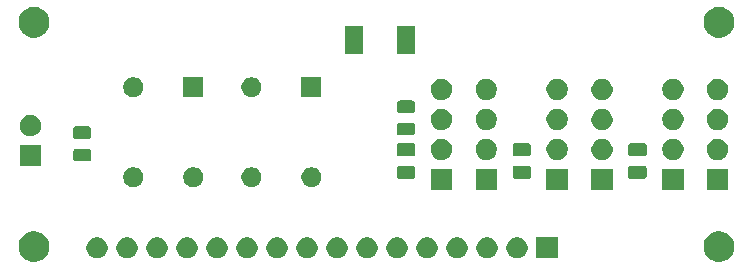
<source format=gbr>
G04 #@! TF.GenerationSoftware,KiCad,Pcbnew,5.1.5+dfsg1-2build2*
G04 #@! TF.CreationDate,2022-12-16T12:04:58+00:00*
G04 #@! TF.ProjectId,rrl-interface,72726c2d-696e-4746-9572-666163652e6b,rev?*
G04 #@! TF.SameCoordinates,Original*
G04 #@! TF.FileFunction,Soldermask,Bot*
G04 #@! TF.FilePolarity,Negative*
%FSLAX46Y46*%
G04 Gerber Fmt 4.6, Leading zero omitted, Abs format (unit mm)*
G04 Created by KiCad (PCBNEW 5.1.5+dfsg1-2build2) date 2022-12-16 12:04:58*
%MOMM*%
%LPD*%
G04 APERTURE LIST*
%ADD10C,0.100000*%
G04 APERTURE END LIST*
D10*
G36*
X74879487Y-191248996D02*
G01*
X75116253Y-191347068D01*
X75116255Y-191347069D01*
X75329339Y-191489447D01*
X75510553Y-191670661D01*
X75652932Y-191883747D01*
X75751004Y-192120513D01*
X75801000Y-192371861D01*
X75801000Y-192628139D01*
X75751004Y-192879487D01*
X75689992Y-193026782D01*
X75652931Y-193116255D01*
X75510553Y-193329339D01*
X75329339Y-193510553D01*
X75116255Y-193652931D01*
X75116254Y-193652932D01*
X75116253Y-193652932D01*
X74879487Y-193751004D01*
X74628139Y-193801000D01*
X74371861Y-193801000D01*
X74120513Y-193751004D01*
X73883747Y-193652932D01*
X73883746Y-193652932D01*
X73883745Y-193652931D01*
X73670661Y-193510553D01*
X73489447Y-193329339D01*
X73347069Y-193116255D01*
X73310008Y-193026782D01*
X73248996Y-192879487D01*
X73199000Y-192628139D01*
X73199000Y-192371861D01*
X73248996Y-192120513D01*
X73347068Y-191883747D01*
X73489447Y-191670661D01*
X73670661Y-191489447D01*
X73883745Y-191347069D01*
X73883747Y-191347068D01*
X74120513Y-191248996D01*
X74371861Y-191199000D01*
X74628139Y-191199000D01*
X74879487Y-191248996D01*
G37*
G36*
X16879487Y-191248996D02*
G01*
X17116253Y-191347068D01*
X17116255Y-191347069D01*
X17329339Y-191489447D01*
X17510553Y-191670661D01*
X17652932Y-191883747D01*
X17751004Y-192120513D01*
X17801000Y-192371861D01*
X17801000Y-192628139D01*
X17751004Y-192879487D01*
X17689992Y-193026782D01*
X17652931Y-193116255D01*
X17510553Y-193329339D01*
X17329339Y-193510553D01*
X17116255Y-193652931D01*
X17116254Y-193652932D01*
X17116253Y-193652932D01*
X16879487Y-193751004D01*
X16628139Y-193801000D01*
X16371861Y-193801000D01*
X16120513Y-193751004D01*
X15883747Y-193652932D01*
X15883746Y-193652932D01*
X15883745Y-193652931D01*
X15670661Y-193510553D01*
X15489447Y-193329339D01*
X15347069Y-193116255D01*
X15310008Y-193026782D01*
X15248996Y-192879487D01*
X15199000Y-192628139D01*
X15199000Y-192371861D01*
X15248996Y-192120513D01*
X15347068Y-191883747D01*
X15489447Y-191670661D01*
X15670661Y-191489447D01*
X15883745Y-191347069D01*
X15883747Y-191347068D01*
X16120513Y-191248996D01*
X16371861Y-191199000D01*
X16628139Y-191199000D01*
X16879487Y-191248996D01*
G37*
G36*
X49893512Y-191703927D02*
G01*
X50042812Y-191733624D01*
X50206784Y-191801544D01*
X50354354Y-191900147D01*
X50479853Y-192025646D01*
X50578456Y-192173216D01*
X50646376Y-192337188D01*
X50681000Y-192511259D01*
X50681000Y-192688741D01*
X50646376Y-192862812D01*
X50578456Y-193026784D01*
X50479853Y-193174354D01*
X50354354Y-193299853D01*
X50206784Y-193398456D01*
X50042812Y-193466376D01*
X49893512Y-193496073D01*
X49868742Y-193501000D01*
X49691258Y-193501000D01*
X49666488Y-193496073D01*
X49517188Y-193466376D01*
X49353216Y-193398456D01*
X49205646Y-193299853D01*
X49080147Y-193174354D01*
X48981544Y-193026784D01*
X48913624Y-192862812D01*
X48879000Y-192688741D01*
X48879000Y-192511259D01*
X48913624Y-192337188D01*
X48981544Y-192173216D01*
X49080147Y-192025646D01*
X49205646Y-191900147D01*
X49353216Y-191801544D01*
X49517188Y-191733624D01*
X49666488Y-191703927D01*
X49691258Y-191699000D01*
X49868742Y-191699000D01*
X49893512Y-191703927D01*
G37*
G36*
X27033512Y-191703927D02*
G01*
X27182812Y-191733624D01*
X27346784Y-191801544D01*
X27494354Y-191900147D01*
X27619853Y-192025646D01*
X27718456Y-192173216D01*
X27786376Y-192337188D01*
X27821000Y-192511259D01*
X27821000Y-192688741D01*
X27786376Y-192862812D01*
X27718456Y-193026784D01*
X27619853Y-193174354D01*
X27494354Y-193299853D01*
X27346784Y-193398456D01*
X27182812Y-193466376D01*
X27033512Y-193496073D01*
X27008742Y-193501000D01*
X26831258Y-193501000D01*
X26806488Y-193496073D01*
X26657188Y-193466376D01*
X26493216Y-193398456D01*
X26345646Y-193299853D01*
X26220147Y-193174354D01*
X26121544Y-193026784D01*
X26053624Y-192862812D01*
X26019000Y-192688741D01*
X26019000Y-192511259D01*
X26053624Y-192337188D01*
X26121544Y-192173216D01*
X26220147Y-192025646D01*
X26345646Y-191900147D01*
X26493216Y-191801544D01*
X26657188Y-191733624D01*
X26806488Y-191703927D01*
X26831258Y-191699000D01*
X27008742Y-191699000D01*
X27033512Y-191703927D01*
G37*
G36*
X34653512Y-191703927D02*
G01*
X34802812Y-191733624D01*
X34966784Y-191801544D01*
X35114354Y-191900147D01*
X35239853Y-192025646D01*
X35338456Y-192173216D01*
X35406376Y-192337188D01*
X35441000Y-192511259D01*
X35441000Y-192688741D01*
X35406376Y-192862812D01*
X35338456Y-193026784D01*
X35239853Y-193174354D01*
X35114354Y-193299853D01*
X34966784Y-193398456D01*
X34802812Y-193466376D01*
X34653512Y-193496073D01*
X34628742Y-193501000D01*
X34451258Y-193501000D01*
X34426488Y-193496073D01*
X34277188Y-193466376D01*
X34113216Y-193398456D01*
X33965646Y-193299853D01*
X33840147Y-193174354D01*
X33741544Y-193026784D01*
X33673624Y-192862812D01*
X33639000Y-192688741D01*
X33639000Y-192511259D01*
X33673624Y-192337188D01*
X33741544Y-192173216D01*
X33840147Y-192025646D01*
X33965646Y-191900147D01*
X34113216Y-191801544D01*
X34277188Y-191733624D01*
X34426488Y-191703927D01*
X34451258Y-191699000D01*
X34628742Y-191699000D01*
X34653512Y-191703927D01*
G37*
G36*
X32113512Y-191703927D02*
G01*
X32262812Y-191733624D01*
X32426784Y-191801544D01*
X32574354Y-191900147D01*
X32699853Y-192025646D01*
X32798456Y-192173216D01*
X32866376Y-192337188D01*
X32901000Y-192511259D01*
X32901000Y-192688741D01*
X32866376Y-192862812D01*
X32798456Y-193026784D01*
X32699853Y-193174354D01*
X32574354Y-193299853D01*
X32426784Y-193398456D01*
X32262812Y-193466376D01*
X32113512Y-193496073D01*
X32088742Y-193501000D01*
X31911258Y-193501000D01*
X31886488Y-193496073D01*
X31737188Y-193466376D01*
X31573216Y-193398456D01*
X31425646Y-193299853D01*
X31300147Y-193174354D01*
X31201544Y-193026784D01*
X31133624Y-192862812D01*
X31099000Y-192688741D01*
X31099000Y-192511259D01*
X31133624Y-192337188D01*
X31201544Y-192173216D01*
X31300147Y-192025646D01*
X31425646Y-191900147D01*
X31573216Y-191801544D01*
X31737188Y-191733624D01*
X31886488Y-191703927D01*
X31911258Y-191699000D01*
X32088742Y-191699000D01*
X32113512Y-191703927D01*
G37*
G36*
X29573512Y-191703927D02*
G01*
X29722812Y-191733624D01*
X29886784Y-191801544D01*
X30034354Y-191900147D01*
X30159853Y-192025646D01*
X30258456Y-192173216D01*
X30326376Y-192337188D01*
X30361000Y-192511259D01*
X30361000Y-192688741D01*
X30326376Y-192862812D01*
X30258456Y-193026784D01*
X30159853Y-193174354D01*
X30034354Y-193299853D01*
X29886784Y-193398456D01*
X29722812Y-193466376D01*
X29573512Y-193496073D01*
X29548742Y-193501000D01*
X29371258Y-193501000D01*
X29346488Y-193496073D01*
X29197188Y-193466376D01*
X29033216Y-193398456D01*
X28885646Y-193299853D01*
X28760147Y-193174354D01*
X28661544Y-193026784D01*
X28593624Y-192862812D01*
X28559000Y-192688741D01*
X28559000Y-192511259D01*
X28593624Y-192337188D01*
X28661544Y-192173216D01*
X28760147Y-192025646D01*
X28885646Y-191900147D01*
X29033216Y-191801544D01*
X29197188Y-191733624D01*
X29346488Y-191703927D01*
X29371258Y-191699000D01*
X29548742Y-191699000D01*
X29573512Y-191703927D01*
G37*
G36*
X60841000Y-193501000D02*
G01*
X59039000Y-193501000D01*
X59039000Y-191699000D01*
X60841000Y-191699000D01*
X60841000Y-193501000D01*
G37*
G36*
X57513512Y-191703927D02*
G01*
X57662812Y-191733624D01*
X57826784Y-191801544D01*
X57974354Y-191900147D01*
X58099853Y-192025646D01*
X58198456Y-192173216D01*
X58266376Y-192337188D01*
X58301000Y-192511259D01*
X58301000Y-192688741D01*
X58266376Y-192862812D01*
X58198456Y-193026784D01*
X58099853Y-193174354D01*
X57974354Y-193299853D01*
X57826784Y-193398456D01*
X57662812Y-193466376D01*
X57513512Y-193496073D01*
X57488742Y-193501000D01*
X57311258Y-193501000D01*
X57286488Y-193496073D01*
X57137188Y-193466376D01*
X56973216Y-193398456D01*
X56825646Y-193299853D01*
X56700147Y-193174354D01*
X56601544Y-193026784D01*
X56533624Y-192862812D01*
X56499000Y-192688741D01*
X56499000Y-192511259D01*
X56533624Y-192337188D01*
X56601544Y-192173216D01*
X56700147Y-192025646D01*
X56825646Y-191900147D01*
X56973216Y-191801544D01*
X57137188Y-191733624D01*
X57286488Y-191703927D01*
X57311258Y-191699000D01*
X57488742Y-191699000D01*
X57513512Y-191703927D01*
G37*
G36*
X54973512Y-191703927D02*
G01*
X55122812Y-191733624D01*
X55286784Y-191801544D01*
X55434354Y-191900147D01*
X55559853Y-192025646D01*
X55658456Y-192173216D01*
X55726376Y-192337188D01*
X55761000Y-192511259D01*
X55761000Y-192688741D01*
X55726376Y-192862812D01*
X55658456Y-193026784D01*
X55559853Y-193174354D01*
X55434354Y-193299853D01*
X55286784Y-193398456D01*
X55122812Y-193466376D01*
X54973512Y-193496073D01*
X54948742Y-193501000D01*
X54771258Y-193501000D01*
X54746488Y-193496073D01*
X54597188Y-193466376D01*
X54433216Y-193398456D01*
X54285646Y-193299853D01*
X54160147Y-193174354D01*
X54061544Y-193026784D01*
X53993624Y-192862812D01*
X53959000Y-192688741D01*
X53959000Y-192511259D01*
X53993624Y-192337188D01*
X54061544Y-192173216D01*
X54160147Y-192025646D01*
X54285646Y-191900147D01*
X54433216Y-191801544D01*
X54597188Y-191733624D01*
X54746488Y-191703927D01*
X54771258Y-191699000D01*
X54948742Y-191699000D01*
X54973512Y-191703927D01*
G37*
G36*
X52433512Y-191703927D02*
G01*
X52582812Y-191733624D01*
X52746784Y-191801544D01*
X52894354Y-191900147D01*
X53019853Y-192025646D01*
X53118456Y-192173216D01*
X53186376Y-192337188D01*
X53221000Y-192511259D01*
X53221000Y-192688741D01*
X53186376Y-192862812D01*
X53118456Y-193026784D01*
X53019853Y-193174354D01*
X52894354Y-193299853D01*
X52746784Y-193398456D01*
X52582812Y-193466376D01*
X52433512Y-193496073D01*
X52408742Y-193501000D01*
X52231258Y-193501000D01*
X52206488Y-193496073D01*
X52057188Y-193466376D01*
X51893216Y-193398456D01*
X51745646Y-193299853D01*
X51620147Y-193174354D01*
X51521544Y-193026784D01*
X51453624Y-192862812D01*
X51419000Y-192688741D01*
X51419000Y-192511259D01*
X51453624Y-192337188D01*
X51521544Y-192173216D01*
X51620147Y-192025646D01*
X51745646Y-191900147D01*
X51893216Y-191801544D01*
X52057188Y-191733624D01*
X52206488Y-191703927D01*
X52231258Y-191699000D01*
X52408742Y-191699000D01*
X52433512Y-191703927D01*
G37*
G36*
X47353512Y-191703927D02*
G01*
X47502812Y-191733624D01*
X47666784Y-191801544D01*
X47814354Y-191900147D01*
X47939853Y-192025646D01*
X48038456Y-192173216D01*
X48106376Y-192337188D01*
X48141000Y-192511259D01*
X48141000Y-192688741D01*
X48106376Y-192862812D01*
X48038456Y-193026784D01*
X47939853Y-193174354D01*
X47814354Y-193299853D01*
X47666784Y-193398456D01*
X47502812Y-193466376D01*
X47353512Y-193496073D01*
X47328742Y-193501000D01*
X47151258Y-193501000D01*
X47126488Y-193496073D01*
X46977188Y-193466376D01*
X46813216Y-193398456D01*
X46665646Y-193299853D01*
X46540147Y-193174354D01*
X46441544Y-193026784D01*
X46373624Y-192862812D01*
X46339000Y-192688741D01*
X46339000Y-192511259D01*
X46373624Y-192337188D01*
X46441544Y-192173216D01*
X46540147Y-192025646D01*
X46665646Y-191900147D01*
X46813216Y-191801544D01*
X46977188Y-191733624D01*
X47126488Y-191703927D01*
X47151258Y-191699000D01*
X47328742Y-191699000D01*
X47353512Y-191703927D01*
G37*
G36*
X44813512Y-191703927D02*
G01*
X44962812Y-191733624D01*
X45126784Y-191801544D01*
X45274354Y-191900147D01*
X45399853Y-192025646D01*
X45498456Y-192173216D01*
X45566376Y-192337188D01*
X45601000Y-192511259D01*
X45601000Y-192688741D01*
X45566376Y-192862812D01*
X45498456Y-193026784D01*
X45399853Y-193174354D01*
X45274354Y-193299853D01*
X45126784Y-193398456D01*
X44962812Y-193466376D01*
X44813512Y-193496073D01*
X44788742Y-193501000D01*
X44611258Y-193501000D01*
X44586488Y-193496073D01*
X44437188Y-193466376D01*
X44273216Y-193398456D01*
X44125646Y-193299853D01*
X44000147Y-193174354D01*
X43901544Y-193026784D01*
X43833624Y-192862812D01*
X43799000Y-192688741D01*
X43799000Y-192511259D01*
X43833624Y-192337188D01*
X43901544Y-192173216D01*
X44000147Y-192025646D01*
X44125646Y-191900147D01*
X44273216Y-191801544D01*
X44437188Y-191733624D01*
X44586488Y-191703927D01*
X44611258Y-191699000D01*
X44788742Y-191699000D01*
X44813512Y-191703927D01*
G37*
G36*
X42273512Y-191703927D02*
G01*
X42422812Y-191733624D01*
X42586784Y-191801544D01*
X42734354Y-191900147D01*
X42859853Y-192025646D01*
X42958456Y-192173216D01*
X43026376Y-192337188D01*
X43061000Y-192511259D01*
X43061000Y-192688741D01*
X43026376Y-192862812D01*
X42958456Y-193026784D01*
X42859853Y-193174354D01*
X42734354Y-193299853D01*
X42586784Y-193398456D01*
X42422812Y-193466376D01*
X42273512Y-193496073D01*
X42248742Y-193501000D01*
X42071258Y-193501000D01*
X42046488Y-193496073D01*
X41897188Y-193466376D01*
X41733216Y-193398456D01*
X41585646Y-193299853D01*
X41460147Y-193174354D01*
X41361544Y-193026784D01*
X41293624Y-192862812D01*
X41259000Y-192688741D01*
X41259000Y-192511259D01*
X41293624Y-192337188D01*
X41361544Y-192173216D01*
X41460147Y-192025646D01*
X41585646Y-191900147D01*
X41733216Y-191801544D01*
X41897188Y-191733624D01*
X42046488Y-191703927D01*
X42071258Y-191699000D01*
X42248742Y-191699000D01*
X42273512Y-191703927D01*
G37*
G36*
X39733512Y-191703927D02*
G01*
X39882812Y-191733624D01*
X40046784Y-191801544D01*
X40194354Y-191900147D01*
X40319853Y-192025646D01*
X40418456Y-192173216D01*
X40486376Y-192337188D01*
X40521000Y-192511259D01*
X40521000Y-192688741D01*
X40486376Y-192862812D01*
X40418456Y-193026784D01*
X40319853Y-193174354D01*
X40194354Y-193299853D01*
X40046784Y-193398456D01*
X39882812Y-193466376D01*
X39733512Y-193496073D01*
X39708742Y-193501000D01*
X39531258Y-193501000D01*
X39506488Y-193496073D01*
X39357188Y-193466376D01*
X39193216Y-193398456D01*
X39045646Y-193299853D01*
X38920147Y-193174354D01*
X38821544Y-193026784D01*
X38753624Y-192862812D01*
X38719000Y-192688741D01*
X38719000Y-192511259D01*
X38753624Y-192337188D01*
X38821544Y-192173216D01*
X38920147Y-192025646D01*
X39045646Y-191900147D01*
X39193216Y-191801544D01*
X39357188Y-191733624D01*
X39506488Y-191703927D01*
X39531258Y-191699000D01*
X39708742Y-191699000D01*
X39733512Y-191703927D01*
G37*
G36*
X37193512Y-191703927D02*
G01*
X37342812Y-191733624D01*
X37506784Y-191801544D01*
X37654354Y-191900147D01*
X37779853Y-192025646D01*
X37878456Y-192173216D01*
X37946376Y-192337188D01*
X37981000Y-192511259D01*
X37981000Y-192688741D01*
X37946376Y-192862812D01*
X37878456Y-193026784D01*
X37779853Y-193174354D01*
X37654354Y-193299853D01*
X37506784Y-193398456D01*
X37342812Y-193466376D01*
X37193512Y-193496073D01*
X37168742Y-193501000D01*
X36991258Y-193501000D01*
X36966488Y-193496073D01*
X36817188Y-193466376D01*
X36653216Y-193398456D01*
X36505646Y-193299853D01*
X36380147Y-193174354D01*
X36281544Y-193026784D01*
X36213624Y-192862812D01*
X36179000Y-192688741D01*
X36179000Y-192511259D01*
X36213624Y-192337188D01*
X36281544Y-192173216D01*
X36380147Y-192025646D01*
X36505646Y-191900147D01*
X36653216Y-191801544D01*
X36817188Y-191733624D01*
X36966488Y-191703927D01*
X36991258Y-191699000D01*
X37168742Y-191699000D01*
X37193512Y-191703927D01*
G37*
G36*
X21953512Y-191703927D02*
G01*
X22102812Y-191733624D01*
X22266784Y-191801544D01*
X22414354Y-191900147D01*
X22539853Y-192025646D01*
X22638456Y-192173216D01*
X22706376Y-192337188D01*
X22741000Y-192511259D01*
X22741000Y-192688741D01*
X22706376Y-192862812D01*
X22638456Y-193026784D01*
X22539853Y-193174354D01*
X22414354Y-193299853D01*
X22266784Y-193398456D01*
X22102812Y-193466376D01*
X21953512Y-193496073D01*
X21928742Y-193501000D01*
X21751258Y-193501000D01*
X21726488Y-193496073D01*
X21577188Y-193466376D01*
X21413216Y-193398456D01*
X21265646Y-193299853D01*
X21140147Y-193174354D01*
X21041544Y-193026784D01*
X20973624Y-192862812D01*
X20939000Y-192688741D01*
X20939000Y-192511259D01*
X20973624Y-192337188D01*
X21041544Y-192173216D01*
X21140147Y-192025646D01*
X21265646Y-191900147D01*
X21413216Y-191801544D01*
X21577188Y-191733624D01*
X21726488Y-191703927D01*
X21751258Y-191699000D01*
X21928742Y-191699000D01*
X21953512Y-191703927D01*
G37*
G36*
X24493512Y-191703927D02*
G01*
X24642812Y-191733624D01*
X24806784Y-191801544D01*
X24954354Y-191900147D01*
X25079853Y-192025646D01*
X25178456Y-192173216D01*
X25246376Y-192337188D01*
X25281000Y-192511259D01*
X25281000Y-192688741D01*
X25246376Y-192862812D01*
X25178456Y-193026784D01*
X25079853Y-193174354D01*
X24954354Y-193299853D01*
X24806784Y-193398456D01*
X24642812Y-193466376D01*
X24493512Y-193496073D01*
X24468742Y-193501000D01*
X24291258Y-193501000D01*
X24266488Y-193496073D01*
X24117188Y-193466376D01*
X23953216Y-193398456D01*
X23805646Y-193299853D01*
X23680147Y-193174354D01*
X23581544Y-193026784D01*
X23513624Y-192862812D01*
X23479000Y-192688741D01*
X23479000Y-192511259D01*
X23513624Y-192337188D01*
X23581544Y-192173216D01*
X23680147Y-192025646D01*
X23805646Y-191900147D01*
X23953216Y-191801544D01*
X24117188Y-191733624D01*
X24266488Y-191703927D01*
X24291258Y-191699000D01*
X24468742Y-191699000D01*
X24493512Y-191703927D01*
G37*
G36*
X65501000Y-187721000D02*
G01*
X63699000Y-187721000D01*
X63699000Y-185919000D01*
X65501000Y-185919000D01*
X65501000Y-187721000D01*
G37*
G36*
X71501000Y-187701000D02*
G01*
X69699000Y-187701000D01*
X69699000Y-185899000D01*
X71501000Y-185899000D01*
X71501000Y-187701000D01*
G37*
G36*
X61701000Y-187701000D02*
G01*
X59899000Y-187701000D01*
X59899000Y-185899000D01*
X61701000Y-185899000D01*
X61701000Y-187701000D01*
G37*
G36*
X75275999Y-187701000D02*
G01*
X73473999Y-187701000D01*
X73473999Y-185899000D01*
X75275999Y-185899000D01*
X75275999Y-187701000D01*
G37*
G36*
X51901000Y-187701000D02*
G01*
X50099000Y-187701000D01*
X50099000Y-185899000D01*
X51901000Y-185899000D01*
X51901000Y-187701000D01*
G37*
G36*
X55701000Y-187701000D02*
G01*
X53899000Y-187701000D01*
X53899000Y-185899000D01*
X55701000Y-185899000D01*
X55701000Y-187701000D01*
G37*
G36*
X40248228Y-185801703D02*
G01*
X40403100Y-185865853D01*
X40542481Y-185958985D01*
X40661015Y-186077519D01*
X40754147Y-186216900D01*
X40818297Y-186371772D01*
X40851000Y-186536184D01*
X40851000Y-186703816D01*
X40818297Y-186868228D01*
X40754147Y-187023100D01*
X40661015Y-187162481D01*
X40542481Y-187281015D01*
X40403100Y-187374147D01*
X40248228Y-187438297D01*
X40083816Y-187471000D01*
X39916184Y-187471000D01*
X39751772Y-187438297D01*
X39596900Y-187374147D01*
X39457519Y-187281015D01*
X39338985Y-187162481D01*
X39245853Y-187023100D01*
X39181703Y-186868228D01*
X39149000Y-186703816D01*
X39149000Y-186536184D01*
X39181703Y-186371772D01*
X39245853Y-186216900D01*
X39338985Y-186077519D01*
X39457519Y-185958985D01*
X39596900Y-185865853D01*
X39751772Y-185801703D01*
X39916184Y-185769000D01*
X40083816Y-185769000D01*
X40248228Y-185801703D01*
G37*
G36*
X35168228Y-185801703D02*
G01*
X35323100Y-185865853D01*
X35462481Y-185958985D01*
X35581015Y-186077519D01*
X35674147Y-186216900D01*
X35738297Y-186371772D01*
X35771000Y-186536184D01*
X35771000Y-186703816D01*
X35738297Y-186868228D01*
X35674147Y-187023100D01*
X35581015Y-187162481D01*
X35462481Y-187281015D01*
X35323100Y-187374147D01*
X35168228Y-187438297D01*
X35003816Y-187471000D01*
X34836184Y-187471000D01*
X34671772Y-187438297D01*
X34516900Y-187374147D01*
X34377519Y-187281015D01*
X34258985Y-187162481D01*
X34165853Y-187023100D01*
X34101703Y-186868228D01*
X34069000Y-186703816D01*
X34069000Y-186536184D01*
X34101703Y-186371772D01*
X34165853Y-186216900D01*
X34258985Y-186077519D01*
X34377519Y-185958985D01*
X34516900Y-185865853D01*
X34671772Y-185801703D01*
X34836184Y-185769000D01*
X35003816Y-185769000D01*
X35168228Y-185801703D01*
G37*
G36*
X25168228Y-185801703D02*
G01*
X25323100Y-185865853D01*
X25462481Y-185958985D01*
X25581015Y-186077519D01*
X25674147Y-186216900D01*
X25738297Y-186371772D01*
X25771000Y-186536184D01*
X25771000Y-186703816D01*
X25738297Y-186868228D01*
X25674147Y-187023100D01*
X25581015Y-187162481D01*
X25462481Y-187281015D01*
X25323100Y-187374147D01*
X25168228Y-187438297D01*
X25003816Y-187471000D01*
X24836184Y-187471000D01*
X24671772Y-187438297D01*
X24516900Y-187374147D01*
X24377519Y-187281015D01*
X24258985Y-187162481D01*
X24165853Y-187023100D01*
X24101703Y-186868228D01*
X24069000Y-186703816D01*
X24069000Y-186536184D01*
X24101703Y-186371772D01*
X24165853Y-186216900D01*
X24258985Y-186077519D01*
X24377519Y-185958985D01*
X24516900Y-185865853D01*
X24671772Y-185801703D01*
X24836184Y-185769000D01*
X25003816Y-185769000D01*
X25168228Y-185801703D01*
G37*
G36*
X30248228Y-185801703D02*
G01*
X30403100Y-185865853D01*
X30542481Y-185958985D01*
X30661015Y-186077519D01*
X30754147Y-186216900D01*
X30818297Y-186371772D01*
X30851000Y-186536184D01*
X30851000Y-186703816D01*
X30818297Y-186868228D01*
X30754147Y-187023100D01*
X30661015Y-187162481D01*
X30542481Y-187281015D01*
X30403100Y-187374147D01*
X30248228Y-187438297D01*
X30083816Y-187471000D01*
X29916184Y-187471000D01*
X29751772Y-187438297D01*
X29596900Y-187374147D01*
X29457519Y-187281015D01*
X29338985Y-187162481D01*
X29245853Y-187023100D01*
X29181703Y-186868228D01*
X29149000Y-186703816D01*
X29149000Y-186536184D01*
X29181703Y-186371772D01*
X29245853Y-186216900D01*
X29338985Y-186077519D01*
X29457519Y-185958985D01*
X29596900Y-185865853D01*
X29751772Y-185801703D01*
X29916184Y-185769000D01*
X30083816Y-185769000D01*
X30248228Y-185801703D01*
G37*
G36*
X68204434Y-185653686D02*
G01*
X68244284Y-185665774D01*
X68280999Y-185685399D01*
X68313186Y-185711814D01*
X68339601Y-185744001D01*
X68359226Y-185780716D01*
X68371314Y-185820566D01*
X68376000Y-185868141D01*
X68376000Y-186531859D01*
X68371314Y-186579434D01*
X68359226Y-186619284D01*
X68339601Y-186655999D01*
X68313186Y-186688186D01*
X68280999Y-186714601D01*
X68244284Y-186734226D01*
X68204434Y-186746314D01*
X68156859Y-186751000D01*
X67043141Y-186751000D01*
X66995566Y-186746314D01*
X66955716Y-186734226D01*
X66919001Y-186714601D01*
X66886814Y-186688186D01*
X66860399Y-186655999D01*
X66840774Y-186619284D01*
X66828686Y-186579434D01*
X66824000Y-186531859D01*
X66824000Y-185868141D01*
X66828686Y-185820566D01*
X66840774Y-185780716D01*
X66860399Y-185744001D01*
X66886814Y-185711814D01*
X66919001Y-185685399D01*
X66955716Y-185665774D01*
X66995566Y-185653686D01*
X67043141Y-185649000D01*
X68156859Y-185649000D01*
X68204434Y-185653686D01*
G37*
G36*
X58404434Y-185653686D02*
G01*
X58444284Y-185665774D01*
X58480999Y-185685399D01*
X58513186Y-185711814D01*
X58539601Y-185744001D01*
X58559226Y-185780716D01*
X58571314Y-185820566D01*
X58576000Y-185868141D01*
X58576000Y-186531859D01*
X58571314Y-186579434D01*
X58559226Y-186619284D01*
X58539601Y-186655999D01*
X58513186Y-186688186D01*
X58480999Y-186714601D01*
X58444284Y-186734226D01*
X58404434Y-186746314D01*
X58356859Y-186751000D01*
X57243141Y-186751000D01*
X57195566Y-186746314D01*
X57155716Y-186734226D01*
X57119001Y-186714601D01*
X57086814Y-186688186D01*
X57060399Y-186655999D01*
X57040774Y-186619284D01*
X57028686Y-186579434D01*
X57024000Y-186531859D01*
X57024000Y-185868141D01*
X57028686Y-185820566D01*
X57040774Y-185780716D01*
X57060399Y-185744001D01*
X57086814Y-185711814D01*
X57119001Y-185685399D01*
X57155716Y-185665774D01*
X57195566Y-185653686D01*
X57243141Y-185649000D01*
X58356859Y-185649000D01*
X58404434Y-185653686D01*
G37*
G36*
X48604434Y-185653686D02*
G01*
X48644284Y-185665774D01*
X48680999Y-185685399D01*
X48713186Y-185711814D01*
X48739601Y-185744001D01*
X48759226Y-185780716D01*
X48771314Y-185820566D01*
X48776000Y-185868141D01*
X48776000Y-186531859D01*
X48771314Y-186579434D01*
X48759226Y-186619284D01*
X48739601Y-186655999D01*
X48713186Y-186688186D01*
X48680999Y-186714601D01*
X48644284Y-186734226D01*
X48604434Y-186746314D01*
X48556859Y-186751000D01*
X47443141Y-186751000D01*
X47395566Y-186746314D01*
X47355716Y-186734226D01*
X47319001Y-186714601D01*
X47286814Y-186688186D01*
X47260399Y-186655999D01*
X47240774Y-186619284D01*
X47228686Y-186579434D01*
X47224000Y-186531859D01*
X47224000Y-185868141D01*
X47228686Y-185820566D01*
X47240774Y-185780716D01*
X47260399Y-185744001D01*
X47286814Y-185711814D01*
X47319001Y-185685399D01*
X47355716Y-185665774D01*
X47395566Y-185653686D01*
X47443141Y-185649000D01*
X48556859Y-185649000D01*
X48604434Y-185653686D01*
G37*
G36*
X17101000Y-185701000D02*
G01*
X15299000Y-185701000D01*
X15299000Y-183899000D01*
X17101000Y-183899000D01*
X17101000Y-185701000D01*
G37*
G36*
X21184468Y-184203565D02*
G01*
X21223138Y-184215296D01*
X21258777Y-184234346D01*
X21290017Y-184259983D01*
X21315654Y-184291223D01*
X21334704Y-184326862D01*
X21346435Y-184365532D01*
X21351000Y-184411888D01*
X21351000Y-185063112D01*
X21346435Y-185109468D01*
X21334704Y-185148138D01*
X21315654Y-185183777D01*
X21290017Y-185215017D01*
X21258777Y-185240654D01*
X21223138Y-185259704D01*
X21184468Y-185271435D01*
X21138112Y-185276000D01*
X20061888Y-185276000D01*
X20015532Y-185271435D01*
X19976862Y-185259704D01*
X19941223Y-185240654D01*
X19909983Y-185215017D01*
X19884346Y-185183777D01*
X19865296Y-185148138D01*
X19853565Y-185109468D01*
X19849000Y-185063112D01*
X19849000Y-184411888D01*
X19853565Y-184365532D01*
X19865296Y-184326862D01*
X19884346Y-184291223D01*
X19909983Y-184259983D01*
X19941223Y-184234346D01*
X19976862Y-184215296D01*
X20015532Y-184203565D01*
X20061888Y-184199000D01*
X21138112Y-184199000D01*
X21184468Y-184203565D01*
G37*
G36*
X64713512Y-183383927D02*
G01*
X64862812Y-183413624D01*
X65026784Y-183481544D01*
X65174354Y-183580147D01*
X65299853Y-183705646D01*
X65398456Y-183853216D01*
X65466376Y-184017188D01*
X65501000Y-184191259D01*
X65501000Y-184368741D01*
X65466376Y-184542812D01*
X65398456Y-184706784D01*
X65299853Y-184854354D01*
X65174354Y-184979853D01*
X65026784Y-185078456D01*
X64862812Y-185146376D01*
X64713512Y-185176073D01*
X64688742Y-185181000D01*
X64511258Y-185181000D01*
X64486488Y-185176073D01*
X64337188Y-185146376D01*
X64173216Y-185078456D01*
X64025646Y-184979853D01*
X63900147Y-184854354D01*
X63801544Y-184706784D01*
X63733624Y-184542812D01*
X63699000Y-184368741D01*
X63699000Y-184191259D01*
X63733624Y-184017188D01*
X63801544Y-183853216D01*
X63900147Y-183705646D01*
X64025646Y-183580147D01*
X64173216Y-183481544D01*
X64337188Y-183413624D01*
X64486488Y-183383927D01*
X64511258Y-183379000D01*
X64688742Y-183379000D01*
X64713512Y-183383927D01*
G37*
G36*
X51113512Y-183363927D02*
G01*
X51262812Y-183393624D01*
X51426784Y-183461544D01*
X51574354Y-183560147D01*
X51699853Y-183685646D01*
X51798456Y-183833216D01*
X51866376Y-183997188D01*
X51901000Y-184171259D01*
X51901000Y-184348741D01*
X51866376Y-184522812D01*
X51798456Y-184686784D01*
X51699853Y-184834354D01*
X51574354Y-184959853D01*
X51426784Y-185058456D01*
X51262812Y-185126376D01*
X51113512Y-185156073D01*
X51088742Y-185161000D01*
X50911258Y-185161000D01*
X50886488Y-185156073D01*
X50737188Y-185126376D01*
X50573216Y-185058456D01*
X50425646Y-184959853D01*
X50300147Y-184834354D01*
X50201544Y-184686784D01*
X50133624Y-184522812D01*
X50099000Y-184348741D01*
X50099000Y-184171259D01*
X50133624Y-183997188D01*
X50201544Y-183833216D01*
X50300147Y-183685646D01*
X50425646Y-183560147D01*
X50573216Y-183461544D01*
X50737188Y-183393624D01*
X50886488Y-183363927D01*
X50911258Y-183359000D01*
X51088742Y-183359000D01*
X51113512Y-183363927D01*
G37*
G36*
X54913512Y-183363927D02*
G01*
X55062812Y-183393624D01*
X55226784Y-183461544D01*
X55374354Y-183560147D01*
X55499853Y-183685646D01*
X55598456Y-183833216D01*
X55666376Y-183997188D01*
X55701000Y-184171259D01*
X55701000Y-184348741D01*
X55666376Y-184522812D01*
X55598456Y-184686784D01*
X55499853Y-184834354D01*
X55374354Y-184959853D01*
X55226784Y-185058456D01*
X55062812Y-185126376D01*
X54913512Y-185156073D01*
X54888742Y-185161000D01*
X54711258Y-185161000D01*
X54686488Y-185156073D01*
X54537188Y-185126376D01*
X54373216Y-185058456D01*
X54225646Y-184959853D01*
X54100147Y-184834354D01*
X54001544Y-184686784D01*
X53933624Y-184522812D01*
X53899000Y-184348741D01*
X53899000Y-184171259D01*
X53933624Y-183997188D01*
X54001544Y-183833216D01*
X54100147Y-183685646D01*
X54225646Y-183560147D01*
X54373216Y-183461544D01*
X54537188Y-183393624D01*
X54686488Y-183363927D01*
X54711258Y-183359000D01*
X54888742Y-183359000D01*
X54913512Y-183363927D01*
G37*
G36*
X60913512Y-183363927D02*
G01*
X61062812Y-183393624D01*
X61226784Y-183461544D01*
X61374354Y-183560147D01*
X61499853Y-183685646D01*
X61598456Y-183833216D01*
X61666376Y-183997188D01*
X61701000Y-184171259D01*
X61701000Y-184348741D01*
X61666376Y-184522812D01*
X61598456Y-184686784D01*
X61499853Y-184834354D01*
X61374354Y-184959853D01*
X61226784Y-185058456D01*
X61062812Y-185126376D01*
X60913512Y-185156073D01*
X60888742Y-185161000D01*
X60711258Y-185161000D01*
X60686488Y-185156073D01*
X60537188Y-185126376D01*
X60373216Y-185058456D01*
X60225646Y-184959853D01*
X60100147Y-184834354D01*
X60001544Y-184686784D01*
X59933624Y-184522812D01*
X59899000Y-184348741D01*
X59899000Y-184171259D01*
X59933624Y-183997188D01*
X60001544Y-183833216D01*
X60100147Y-183685646D01*
X60225646Y-183560147D01*
X60373216Y-183461544D01*
X60537188Y-183393624D01*
X60686488Y-183363927D01*
X60711258Y-183359000D01*
X60888742Y-183359000D01*
X60913512Y-183363927D01*
G37*
G36*
X74488511Y-183363927D02*
G01*
X74637811Y-183393624D01*
X74801783Y-183461544D01*
X74949353Y-183560147D01*
X75074852Y-183685646D01*
X75173455Y-183833216D01*
X75241375Y-183997188D01*
X75275999Y-184171259D01*
X75275999Y-184348741D01*
X75241375Y-184522812D01*
X75173455Y-184686784D01*
X75074852Y-184834354D01*
X74949353Y-184959853D01*
X74801783Y-185058456D01*
X74637811Y-185126376D01*
X74488511Y-185156073D01*
X74463741Y-185161000D01*
X74286257Y-185161000D01*
X74261487Y-185156073D01*
X74112187Y-185126376D01*
X73948215Y-185058456D01*
X73800645Y-184959853D01*
X73675146Y-184834354D01*
X73576543Y-184686784D01*
X73508623Y-184522812D01*
X73473999Y-184348741D01*
X73473999Y-184171259D01*
X73508623Y-183997188D01*
X73576543Y-183833216D01*
X73675146Y-183685646D01*
X73800645Y-183560147D01*
X73948215Y-183461544D01*
X74112187Y-183393624D01*
X74261487Y-183363927D01*
X74286257Y-183359000D01*
X74463741Y-183359000D01*
X74488511Y-183363927D01*
G37*
G36*
X70713512Y-183363927D02*
G01*
X70862812Y-183393624D01*
X71026784Y-183461544D01*
X71174354Y-183560147D01*
X71299853Y-183685646D01*
X71398456Y-183833216D01*
X71466376Y-183997188D01*
X71501000Y-184171259D01*
X71501000Y-184348741D01*
X71466376Y-184522812D01*
X71398456Y-184686784D01*
X71299853Y-184834354D01*
X71174354Y-184959853D01*
X71026784Y-185058456D01*
X70862812Y-185126376D01*
X70713512Y-185156073D01*
X70688742Y-185161000D01*
X70511258Y-185161000D01*
X70486488Y-185156073D01*
X70337188Y-185126376D01*
X70173216Y-185058456D01*
X70025646Y-184959853D01*
X69900147Y-184834354D01*
X69801544Y-184686784D01*
X69733624Y-184522812D01*
X69699000Y-184348741D01*
X69699000Y-184171259D01*
X69733624Y-183997188D01*
X69801544Y-183833216D01*
X69900147Y-183685646D01*
X70025646Y-183560147D01*
X70173216Y-183461544D01*
X70337188Y-183393624D01*
X70486488Y-183363927D01*
X70511258Y-183359000D01*
X70688742Y-183359000D01*
X70713512Y-183363927D01*
G37*
G36*
X48604434Y-183753686D02*
G01*
X48644284Y-183765774D01*
X48680999Y-183785399D01*
X48713186Y-183811814D01*
X48739601Y-183844001D01*
X48759226Y-183880716D01*
X48771314Y-183920566D01*
X48776000Y-183968141D01*
X48776000Y-184631859D01*
X48771314Y-184679434D01*
X48759226Y-184719284D01*
X48739601Y-184755999D01*
X48713186Y-184788186D01*
X48680999Y-184814601D01*
X48644284Y-184834226D01*
X48604434Y-184846314D01*
X48556859Y-184851000D01*
X47443141Y-184851000D01*
X47395566Y-184846314D01*
X47355716Y-184834226D01*
X47319001Y-184814601D01*
X47286814Y-184788186D01*
X47260399Y-184755999D01*
X47240774Y-184719284D01*
X47228686Y-184679434D01*
X47224000Y-184631859D01*
X47224000Y-183968141D01*
X47228686Y-183920566D01*
X47240774Y-183880716D01*
X47260399Y-183844001D01*
X47286814Y-183811814D01*
X47319001Y-183785399D01*
X47355716Y-183765774D01*
X47395566Y-183753686D01*
X47443141Y-183749000D01*
X48556859Y-183749000D01*
X48604434Y-183753686D01*
G37*
G36*
X68204434Y-183753686D02*
G01*
X68244284Y-183765774D01*
X68280999Y-183785399D01*
X68313186Y-183811814D01*
X68339601Y-183844001D01*
X68359226Y-183880716D01*
X68371314Y-183920566D01*
X68376000Y-183968141D01*
X68376000Y-184631859D01*
X68371314Y-184679434D01*
X68359226Y-184719284D01*
X68339601Y-184755999D01*
X68313186Y-184788186D01*
X68280999Y-184814601D01*
X68244284Y-184834226D01*
X68204434Y-184846314D01*
X68156859Y-184851000D01*
X67043141Y-184851000D01*
X66995566Y-184846314D01*
X66955716Y-184834226D01*
X66919001Y-184814601D01*
X66886814Y-184788186D01*
X66860399Y-184755999D01*
X66840774Y-184719284D01*
X66828686Y-184679434D01*
X66824000Y-184631859D01*
X66824000Y-183968141D01*
X66828686Y-183920566D01*
X66840774Y-183880716D01*
X66860399Y-183844001D01*
X66886814Y-183811814D01*
X66919001Y-183785399D01*
X66955716Y-183765774D01*
X66995566Y-183753686D01*
X67043141Y-183749000D01*
X68156859Y-183749000D01*
X68204434Y-183753686D01*
G37*
G36*
X58404434Y-183753686D02*
G01*
X58444284Y-183765774D01*
X58480999Y-183785399D01*
X58513186Y-183811814D01*
X58539601Y-183844001D01*
X58559226Y-183880716D01*
X58571314Y-183920566D01*
X58576000Y-183968141D01*
X58576000Y-184631859D01*
X58571314Y-184679434D01*
X58559226Y-184719284D01*
X58539601Y-184755999D01*
X58513186Y-184788186D01*
X58480999Y-184814601D01*
X58444284Y-184834226D01*
X58404434Y-184846314D01*
X58356859Y-184851000D01*
X57243141Y-184851000D01*
X57195566Y-184846314D01*
X57155716Y-184834226D01*
X57119001Y-184814601D01*
X57086814Y-184788186D01*
X57060399Y-184755999D01*
X57040774Y-184719284D01*
X57028686Y-184679434D01*
X57024000Y-184631859D01*
X57024000Y-183968141D01*
X57028686Y-183920566D01*
X57040774Y-183880716D01*
X57060399Y-183844001D01*
X57086814Y-183811814D01*
X57119001Y-183785399D01*
X57155716Y-183765774D01*
X57195566Y-183753686D01*
X57243141Y-183749000D01*
X58356859Y-183749000D01*
X58404434Y-183753686D01*
G37*
G36*
X21184468Y-182328565D02*
G01*
X21223138Y-182340296D01*
X21258777Y-182359346D01*
X21290017Y-182384983D01*
X21315654Y-182416223D01*
X21334704Y-182451862D01*
X21346435Y-182490532D01*
X21351000Y-182536888D01*
X21351000Y-183188112D01*
X21346435Y-183234468D01*
X21334704Y-183273138D01*
X21315654Y-183308777D01*
X21290017Y-183340017D01*
X21258777Y-183365654D01*
X21223138Y-183384704D01*
X21184468Y-183396435D01*
X21138112Y-183401000D01*
X20061888Y-183401000D01*
X20015532Y-183396435D01*
X19976862Y-183384704D01*
X19941223Y-183365654D01*
X19909983Y-183340017D01*
X19884346Y-183308777D01*
X19865296Y-183273138D01*
X19853565Y-183234468D01*
X19849000Y-183188112D01*
X19849000Y-182536888D01*
X19853565Y-182490532D01*
X19865296Y-182451862D01*
X19884346Y-182416223D01*
X19909983Y-182384983D01*
X19941223Y-182359346D01*
X19976862Y-182340296D01*
X20015532Y-182328565D01*
X20061888Y-182324000D01*
X21138112Y-182324000D01*
X21184468Y-182328565D01*
G37*
G36*
X16313512Y-181363927D02*
G01*
X16462812Y-181393624D01*
X16626784Y-181461544D01*
X16774354Y-181560147D01*
X16899853Y-181685646D01*
X16998456Y-181833216D01*
X17066376Y-181997188D01*
X17078866Y-182059983D01*
X17100110Y-182166782D01*
X17101000Y-182171259D01*
X17101000Y-182348741D01*
X17066376Y-182522812D01*
X16998456Y-182686784D01*
X16899853Y-182834354D01*
X16774354Y-182959853D01*
X16626784Y-183058456D01*
X16462812Y-183126376D01*
X16313512Y-183156073D01*
X16288742Y-183161000D01*
X16111258Y-183161000D01*
X16086488Y-183156073D01*
X15937188Y-183126376D01*
X15773216Y-183058456D01*
X15625646Y-182959853D01*
X15500147Y-182834354D01*
X15401544Y-182686784D01*
X15333624Y-182522812D01*
X15299000Y-182348741D01*
X15299000Y-182171259D01*
X15299891Y-182166782D01*
X15321134Y-182059983D01*
X15333624Y-181997188D01*
X15401544Y-181833216D01*
X15500147Y-181685646D01*
X15625646Y-181560147D01*
X15773216Y-181461544D01*
X15937188Y-181393624D01*
X16086488Y-181363927D01*
X16111258Y-181359000D01*
X16288742Y-181359000D01*
X16313512Y-181363927D01*
G37*
G36*
X48584468Y-182003565D02*
G01*
X48623138Y-182015296D01*
X48658777Y-182034346D01*
X48690017Y-182059983D01*
X48715654Y-182091223D01*
X48734704Y-182126862D01*
X48746435Y-182165532D01*
X48751000Y-182211888D01*
X48751000Y-182863112D01*
X48746435Y-182909468D01*
X48734704Y-182948138D01*
X48715654Y-182983777D01*
X48690017Y-183015017D01*
X48658777Y-183040654D01*
X48623138Y-183059704D01*
X48584468Y-183071435D01*
X48538112Y-183076000D01*
X47461888Y-183076000D01*
X47415532Y-183071435D01*
X47376862Y-183059704D01*
X47341223Y-183040654D01*
X47309983Y-183015017D01*
X47284346Y-182983777D01*
X47265296Y-182948138D01*
X47253565Y-182909468D01*
X47249000Y-182863112D01*
X47249000Y-182211888D01*
X47253565Y-182165532D01*
X47265296Y-182126862D01*
X47284346Y-182091223D01*
X47309983Y-182059983D01*
X47341223Y-182034346D01*
X47376862Y-182015296D01*
X47415532Y-182003565D01*
X47461888Y-181999000D01*
X48538112Y-181999000D01*
X48584468Y-182003565D01*
G37*
G36*
X64713512Y-180843927D02*
G01*
X64862812Y-180873624D01*
X65026784Y-180941544D01*
X65174354Y-181040147D01*
X65299853Y-181165646D01*
X65398456Y-181313216D01*
X65466376Y-181477188D01*
X65482877Y-181560147D01*
X65501000Y-181651258D01*
X65501000Y-181828742D01*
X65496073Y-181853512D01*
X65466376Y-182002812D01*
X65398456Y-182166784D01*
X65299853Y-182314354D01*
X65174354Y-182439853D01*
X65026784Y-182538456D01*
X64862812Y-182606376D01*
X64713512Y-182636073D01*
X64688742Y-182641000D01*
X64511258Y-182641000D01*
X64486488Y-182636073D01*
X64337188Y-182606376D01*
X64173216Y-182538456D01*
X64025646Y-182439853D01*
X63900147Y-182314354D01*
X63801544Y-182166784D01*
X63733624Y-182002812D01*
X63703927Y-181853512D01*
X63699000Y-181828742D01*
X63699000Y-181651258D01*
X63717123Y-181560147D01*
X63733624Y-181477188D01*
X63801544Y-181313216D01*
X63900147Y-181165646D01*
X64025646Y-181040147D01*
X64173216Y-180941544D01*
X64337188Y-180873624D01*
X64486488Y-180843927D01*
X64511258Y-180839000D01*
X64688742Y-180839000D01*
X64713512Y-180843927D01*
G37*
G36*
X60913512Y-180823927D02*
G01*
X61062812Y-180853624D01*
X61226784Y-180921544D01*
X61374354Y-181020147D01*
X61499853Y-181145646D01*
X61598456Y-181293216D01*
X61666376Y-181457188D01*
X61701000Y-181631259D01*
X61701000Y-181808741D01*
X61666376Y-181982812D01*
X61598456Y-182146784D01*
X61499853Y-182294354D01*
X61374354Y-182419853D01*
X61226784Y-182518456D01*
X61062812Y-182586376D01*
X60913512Y-182616073D01*
X60888742Y-182621000D01*
X60711258Y-182621000D01*
X60686488Y-182616073D01*
X60537188Y-182586376D01*
X60373216Y-182518456D01*
X60225646Y-182419853D01*
X60100147Y-182294354D01*
X60001544Y-182146784D01*
X59933624Y-181982812D01*
X59899000Y-181808741D01*
X59899000Y-181631259D01*
X59933624Y-181457188D01*
X60001544Y-181293216D01*
X60100147Y-181145646D01*
X60225646Y-181020147D01*
X60373216Y-180921544D01*
X60537188Y-180853624D01*
X60686488Y-180823927D01*
X60711258Y-180819000D01*
X60888742Y-180819000D01*
X60913512Y-180823927D01*
G37*
G36*
X74488511Y-180823927D02*
G01*
X74637811Y-180853624D01*
X74801783Y-180921544D01*
X74949353Y-181020147D01*
X75074852Y-181145646D01*
X75173455Y-181293216D01*
X75241375Y-181457188D01*
X75275999Y-181631259D01*
X75275999Y-181808741D01*
X75241375Y-181982812D01*
X75173455Y-182146784D01*
X75074852Y-182294354D01*
X74949353Y-182419853D01*
X74801783Y-182518456D01*
X74637811Y-182586376D01*
X74488511Y-182616073D01*
X74463741Y-182621000D01*
X74286257Y-182621000D01*
X74261487Y-182616073D01*
X74112187Y-182586376D01*
X73948215Y-182518456D01*
X73800645Y-182419853D01*
X73675146Y-182294354D01*
X73576543Y-182146784D01*
X73508623Y-181982812D01*
X73473999Y-181808741D01*
X73473999Y-181631259D01*
X73508623Y-181457188D01*
X73576543Y-181293216D01*
X73675146Y-181145646D01*
X73800645Y-181020147D01*
X73948215Y-180921544D01*
X74112187Y-180853624D01*
X74261487Y-180823927D01*
X74286257Y-180819000D01*
X74463741Y-180819000D01*
X74488511Y-180823927D01*
G37*
G36*
X70713512Y-180823927D02*
G01*
X70862812Y-180853624D01*
X71026784Y-180921544D01*
X71174354Y-181020147D01*
X71299853Y-181145646D01*
X71398456Y-181293216D01*
X71466376Y-181457188D01*
X71501000Y-181631259D01*
X71501000Y-181808741D01*
X71466376Y-181982812D01*
X71398456Y-182146784D01*
X71299853Y-182294354D01*
X71174354Y-182419853D01*
X71026784Y-182518456D01*
X70862812Y-182586376D01*
X70713512Y-182616073D01*
X70688742Y-182621000D01*
X70511258Y-182621000D01*
X70486488Y-182616073D01*
X70337188Y-182586376D01*
X70173216Y-182518456D01*
X70025646Y-182419853D01*
X69900147Y-182294354D01*
X69801544Y-182146784D01*
X69733624Y-181982812D01*
X69699000Y-181808741D01*
X69699000Y-181631259D01*
X69733624Y-181457188D01*
X69801544Y-181293216D01*
X69900147Y-181145646D01*
X70025646Y-181020147D01*
X70173216Y-180921544D01*
X70337188Y-180853624D01*
X70486488Y-180823927D01*
X70511258Y-180819000D01*
X70688742Y-180819000D01*
X70713512Y-180823927D01*
G37*
G36*
X54913512Y-180823927D02*
G01*
X55062812Y-180853624D01*
X55226784Y-180921544D01*
X55374354Y-181020147D01*
X55499853Y-181145646D01*
X55598456Y-181293216D01*
X55666376Y-181457188D01*
X55701000Y-181631259D01*
X55701000Y-181808741D01*
X55666376Y-181982812D01*
X55598456Y-182146784D01*
X55499853Y-182294354D01*
X55374354Y-182419853D01*
X55226784Y-182518456D01*
X55062812Y-182586376D01*
X54913512Y-182616073D01*
X54888742Y-182621000D01*
X54711258Y-182621000D01*
X54686488Y-182616073D01*
X54537188Y-182586376D01*
X54373216Y-182518456D01*
X54225646Y-182419853D01*
X54100147Y-182294354D01*
X54001544Y-182146784D01*
X53933624Y-181982812D01*
X53899000Y-181808741D01*
X53899000Y-181631259D01*
X53933624Y-181457188D01*
X54001544Y-181293216D01*
X54100147Y-181145646D01*
X54225646Y-181020147D01*
X54373216Y-180921544D01*
X54537188Y-180853624D01*
X54686488Y-180823927D01*
X54711258Y-180819000D01*
X54888742Y-180819000D01*
X54913512Y-180823927D01*
G37*
G36*
X51113512Y-180823927D02*
G01*
X51262812Y-180853624D01*
X51426784Y-180921544D01*
X51574354Y-181020147D01*
X51699853Y-181145646D01*
X51798456Y-181293216D01*
X51866376Y-181457188D01*
X51901000Y-181631259D01*
X51901000Y-181808741D01*
X51866376Y-181982812D01*
X51798456Y-182146784D01*
X51699853Y-182294354D01*
X51574354Y-182419853D01*
X51426784Y-182518456D01*
X51262812Y-182586376D01*
X51113512Y-182616073D01*
X51088742Y-182621000D01*
X50911258Y-182621000D01*
X50886488Y-182616073D01*
X50737188Y-182586376D01*
X50573216Y-182518456D01*
X50425646Y-182419853D01*
X50300147Y-182294354D01*
X50201544Y-182146784D01*
X50133624Y-181982812D01*
X50099000Y-181808741D01*
X50099000Y-181631259D01*
X50133624Y-181457188D01*
X50201544Y-181293216D01*
X50300147Y-181145646D01*
X50425646Y-181020147D01*
X50573216Y-180921544D01*
X50737188Y-180853624D01*
X50886488Y-180823927D01*
X50911258Y-180819000D01*
X51088742Y-180819000D01*
X51113512Y-180823927D01*
G37*
G36*
X48584468Y-180128565D02*
G01*
X48623138Y-180140296D01*
X48658777Y-180159346D01*
X48690017Y-180184983D01*
X48715654Y-180216223D01*
X48734704Y-180251862D01*
X48746435Y-180290532D01*
X48751000Y-180336888D01*
X48751000Y-180988112D01*
X48746435Y-181034468D01*
X48734704Y-181073138D01*
X48715654Y-181108777D01*
X48690017Y-181140017D01*
X48658777Y-181165654D01*
X48623138Y-181184704D01*
X48584468Y-181196435D01*
X48538112Y-181201000D01*
X47461888Y-181201000D01*
X47415532Y-181196435D01*
X47376862Y-181184704D01*
X47341223Y-181165654D01*
X47309983Y-181140017D01*
X47284346Y-181108777D01*
X47265296Y-181073138D01*
X47253565Y-181034468D01*
X47249000Y-180988112D01*
X47249000Y-180336888D01*
X47253565Y-180290532D01*
X47265296Y-180251862D01*
X47284346Y-180216223D01*
X47309983Y-180184983D01*
X47341223Y-180159346D01*
X47376862Y-180140296D01*
X47415532Y-180128565D01*
X47461888Y-180124000D01*
X48538112Y-180124000D01*
X48584468Y-180128565D01*
G37*
G36*
X64713512Y-178303927D02*
G01*
X64862812Y-178333624D01*
X65026784Y-178401544D01*
X65174354Y-178500147D01*
X65299853Y-178625646D01*
X65398456Y-178773216D01*
X65466376Y-178937188D01*
X65501000Y-179111259D01*
X65501000Y-179288741D01*
X65466376Y-179462812D01*
X65398456Y-179626784D01*
X65299853Y-179774354D01*
X65174354Y-179899853D01*
X65026784Y-179998456D01*
X64862812Y-180066376D01*
X64713512Y-180096073D01*
X64688742Y-180101000D01*
X64511258Y-180101000D01*
X64486488Y-180096073D01*
X64337188Y-180066376D01*
X64173216Y-179998456D01*
X64025646Y-179899853D01*
X63900147Y-179774354D01*
X63801544Y-179626784D01*
X63733624Y-179462812D01*
X63699000Y-179288741D01*
X63699000Y-179111259D01*
X63733624Y-178937188D01*
X63801544Y-178773216D01*
X63900147Y-178625646D01*
X64025646Y-178500147D01*
X64173216Y-178401544D01*
X64337188Y-178333624D01*
X64486488Y-178303927D01*
X64511258Y-178299000D01*
X64688742Y-178299000D01*
X64713512Y-178303927D01*
G37*
G36*
X51113512Y-178283927D02*
G01*
X51262812Y-178313624D01*
X51426784Y-178381544D01*
X51574354Y-178480147D01*
X51699853Y-178605646D01*
X51798456Y-178753216D01*
X51866376Y-178917188D01*
X51901000Y-179091259D01*
X51901000Y-179268741D01*
X51866376Y-179442812D01*
X51798456Y-179606784D01*
X51699853Y-179754354D01*
X51574354Y-179879853D01*
X51426784Y-179978456D01*
X51262812Y-180046376D01*
X51113512Y-180076073D01*
X51088742Y-180081000D01*
X50911258Y-180081000D01*
X50886488Y-180076073D01*
X50737188Y-180046376D01*
X50573216Y-179978456D01*
X50425646Y-179879853D01*
X50300147Y-179754354D01*
X50201544Y-179606784D01*
X50133624Y-179442812D01*
X50099000Y-179268741D01*
X50099000Y-179091259D01*
X50133624Y-178917188D01*
X50201544Y-178753216D01*
X50300147Y-178605646D01*
X50425646Y-178480147D01*
X50573216Y-178381544D01*
X50737188Y-178313624D01*
X50886488Y-178283927D01*
X50911258Y-178279000D01*
X51088742Y-178279000D01*
X51113512Y-178283927D01*
G37*
G36*
X54913512Y-178283927D02*
G01*
X55062812Y-178313624D01*
X55226784Y-178381544D01*
X55374354Y-178480147D01*
X55499853Y-178605646D01*
X55598456Y-178753216D01*
X55666376Y-178917188D01*
X55701000Y-179091259D01*
X55701000Y-179268741D01*
X55666376Y-179442812D01*
X55598456Y-179606784D01*
X55499853Y-179754354D01*
X55374354Y-179879853D01*
X55226784Y-179978456D01*
X55062812Y-180046376D01*
X54913512Y-180076073D01*
X54888742Y-180081000D01*
X54711258Y-180081000D01*
X54686488Y-180076073D01*
X54537188Y-180046376D01*
X54373216Y-179978456D01*
X54225646Y-179879853D01*
X54100147Y-179754354D01*
X54001544Y-179606784D01*
X53933624Y-179442812D01*
X53899000Y-179268741D01*
X53899000Y-179091259D01*
X53933624Y-178917188D01*
X54001544Y-178753216D01*
X54100147Y-178605646D01*
X54225646Y-178480147D01*
X54373216Y-178381544D01*
X54537188Y-178313624D01*
X54686488Y-178283927D01*
X54711258Y-178279000D01*
X54888742Y-178279000D01*
X54913512Y-178283927D01*
G37*
G36*
X60913512Y-178283927D02*
G01*
X61062812Y-178313624D01*
X61226784Y-178381544D01*
X61374354Y-178480147D01*
X61499853Y-178605646D01*
X61598456Y-178753216D01*
X61666376Y-178917188D01*
X61701000Y-179091259D01*
X61701000Y-179268741D01*
X61666376Y-179442812D01*
X61598456Y-179606784D01*
X61499853Y-179754354D01*
X61374354Y-179879853D01*
X61226784Y-179978456D01*
X61062812Y-180046376D01*
X60913512Y-180076073D01*
X60888742Y-180081000D01*
X60711258Y-180081000D01*
X60686488Y-180076073D01*
X60537188Y-180046376D01*
X60373216Y-179978456D01*
X60225646Y-179879853D01*
X60100147Y-179754354D01*
X60001544Y-179606784D01*
X59933624Y-179442812D01*
X59899000Y-179268741D01*
X59899000Y-179091259D01*
X59933624Y-178917188D01*
X60001544Y-178753216D01*
X60100147Y-178605646D01*
X60225646Y-178480147D01*
X60373216Y-178381544D01*
X60537188Y-178313624D01*
X60686488Y-178283927D01*
X60711258Y-178279000D01*
X60888742Y-178279000D01*
X60913512Y-178283927D01*
G37*
G36*
X70713512Y-178283927D02*
G01*
X70862812Y-178313624D01*
X71026784Y-178381544D01*
X71174354Y-178480147D01*
X71299853Y-178605646D01*
X71398456Y-178753216D01*
X71466376Y-178917188D01*
X71501000Y-179091259D01*
X71501000Y-179268741D01*
X71466376Y-179442812D01*
X71398456Y-179606784D01*
X71299853Y-179754354D01*
X71174354Y-179879853D01*
X71026784Y-179978456D01*
X70862812Y-180046376D01*
X70713512Y-180076073D01*
X70688742Y-180081000D01*
X70511258Y-180081000D01*
X70486488Y-180076073D01*
X70337188Y-180046376D01*
X70173216Y-179978456D01*
X70025646Y-179879853D01*
X69900147Y-179754354D01*
X69801544Y-179606784D01*
X69733624Y-179442812D01*
X69699000Y-179268741D01*
X69699000Y-179091259D01*
X69733624Y-178917188D01*
X69801544Y-178753216D01*
X69900147Y-178605646D01*
X70025646Y-178480147D01*
X70173216Y-178381544D01*
X70337188Y-178313624D01*
X70486488Y-178283927D01*
X70511258Y-178279000D01*
X70688742Y-178279000D01*
X70713512Y-178283927D01*
G37*
G36*
X74488511Y-178283927D02*
G01*
X74637811Y-178313624D01*
X74801783Y-178381544D01*
X74949353Y-178480147D01*
X75074852Y-178605646D01*
X75173455Y-178753216D01*
X75241375Y-178917188D01*
X75275999Y-179091259D01*
X75275999Y-179268741D01*
X75241375Y-179442812D01*
X75173455Y-179606784D01*
X75074852Y-179754354D01*
X74949353Y-179879853D01*
X74801783Y-179978456D01*
X74637811Y-180046376D01*
X74488511Y-180076073D01*
X74463741Y-180081000D01*
X74286257Y-180081000D01*
X74261487Y-180076073D01*
X74112187Y-180046376D01*
X73948215Y-179978456D01*
X73800645Y-179879853D01*
X73675146Y-179754354D01*
X73576543Y-179606784D01*
X73508623Y-179442812D01*
X73473999Y-179268741D01*
X73473999Y-179091259D01*
X73508623Y-178917188D01*
X73576543Y-178753216D01*
X73675146Y-178605646D01*
X73800645Y-178480147D01*
X73948215Y-178381544D01*
X74112187Y-178313624D01*
X74261487Y-178283927D01*
X74286257Y-178279000D01*
X74463741Y-178279000D01*
X74488511Y-178283927D01*
G37*
G36*
X30851000Y-179851000D02*
G01*
X29149000Y-179851000D01*
X29149000Y-178149000D01*
X30851000Y-178149000D01*
X30851000Y-179851000D01*
G37*
G36*
X40851000Y-179851000D02*
G01*
X39149000Y-179851000D01*
X39149000Y-178149000D01*
X40851000Y-178149000D01*
X40851000Y-179851000D01*
G37*
G36*
X35168228Y-178181703D02*
G01*
X35323100Y-178245853D01*
X35462481Y-178338985D01*
X35581015Y-178457519D01*
X35674147Y-178596900D01*
X35738297Y-178751772D01*
X35771000Y-178916184D01*
X35771000Y-179083816D01*
X35738297Y-179248228D01*
X35674147Y-179403100D01*
X35581015Y-179542481D01*
X35462481Y-179661015D01*
X35323100Y-179754147D01*
X35168228Y-179818297D01*
X35003816Y-179851000D01*
X34836184Y-179851000D01*
X34671772Y-179818297D01*
X34516900Y-179754147D01*
X34377519Y-179661015D01*
X34258985Y-179542481D01*
X34165853Y-179403100D01*
X34101703Y-179248228D01*
X34069000Y-179083816D01*
X34069000Y-178916184D01*
X34101703Y-178751772D01*
X34165853Y-178596900D01*
X34258985Y-178457519D01*
X34377519Y-178338985D01*
X34516900Y-178245853D01*
X34671772Y-178181703D01*
X34836184Y-178149000D01*
X35003816Y-178149000D01*
X35168228Y-178181703D01*
G37*
G36*
X25168228Y-178181703D02*
G01*
X25323100Y-178245853D01*
X25462481Y-178338985D01*
X25581015Y-178457519D01*
X25674147Y-178596900D01*
X25738297Y-178751772D01*
X25771000Y-178916184D01*
X25771000Y-179083816D01*
X25738297Y-179248228D01*
X25674147Y-179403100D01*
X25581015Y-179542481D01*
X25462481Y-179661015D01*
X25323100Y-179754147D01*
X25168228Y-179818297D01*
X25003816Y-179851000D01*
X24836184Y-179851000D01*
X24671772Y-179818297D01*
X24516900Y-179754147D01*
X24377519Y-179661015D01*
X24258985Y-179542481D01*
X24165853Y-179403100D01*
X24101703Y-179248228D01*
X24069000Y-179083816D01*
X24069000Y-178916184D01*
X24101703Y-178751772D01*
X24165853Y-178596900D01*
X24258985Y-178457519D01*
X24377519Y-178338985D01*
X24516900Y-178245853D01*
X24671772Y-178181703D01*
X24836184Y-178149000D01*
X25003816Y-178149000D01*
X25168228Y-178181703D01*
G37*
G36*
X44351000Y-176201000D02*
G01*
X42849000Y-176201000D01*
X42849000Y-173799000D01*
X44351000Y-173799000D01*
X44351000Y-176201000D01*
G37*
G36*
X48751000Y-176201000D02*
G01*
X47249000Y-176201000D01*
X47249000Y-173799000D01*
X48751000Y-173799000D01*
X48751000Y-176201000D01*
G37*
G36*
X16879487Y-172248996D02*
G01*
X17116253Y-172347068D01*
X17116255Y-172347069D01*
X17329339Y-172489447D01*
X17510553Y-172670661D01*
X17652932Y-172883747D01*
X17751004Y-173120513D01*
X17801000Y-173371861D01*
X17801000Y-173628139D01*
X17751004Y-173879487D01*
X17652932Y-174116253D01*
X17652931Y-174116255D01*
X17510553Y-174329339D01*
X17329339Y-174510553D01*
X17116255Y-174652931D01*
X17116254Y-174652932D01*
X17116253Y-174652932D01*
X16879487Y-174751004D01*
X16628139Y-174801000D01*
X16371861Y-174801000D01*
X16120513Y-174751004D01*
X15883747Y-174652932D01*
X15883746Y-174652932D01*
X15883745Y-174652931D01*
X15670661Y-174510553D01*
X15489447Y-174329339D01*
X15347069Y-174116255D01*
X15347068Y-174116253D01*
X15248996Y-173879487D01*
X15199000Y-173628139D01*
X15199000Y-173371861D01*
X15248996Y-173120513D01*
X15347068Y-172883747D01*
X15489447Y-172670661D01*
X15670661Y-172489447D01*
X15883745Y-172347069D01*
X15883747Y-172347068D01*
X16120513Y-172248996D01*
X16371861Y-172199000D01*
X16628139Y-172199000D01*
X16879487Y-172248996D01*
G37*
G36*
X74879487Y-172248996D02*
G01*
X75116253Y-172347068D01*
X75116255Y-172347069D01*
X75329339Y-172489447D01*
X75510553Y-172670661D01*
X75652932Y-172883747D01*
X75751004Y-173120513D01*
X75801000Y-173371861D01*
X75801000Y-173628139D01*
X75751004Y-173879487D01*
X75652932Y-174116253D01*
X75652931Y-174116255D01*
X75510553Y-174329339D01*
X75329339Y-174510553D01*
X75116255Y-174652931D01*
X75116254Y-174652932D01*
X75116253Y-174652932D01*
X74879487Y-174751004D01*
X74628139Y-174801000D01*
X74371861Y-174801000D01*
X74120513Y-174751004D01*
X73883747Y-174652932D01*
X73883746Y-174652932D01*
X73883745Y-174652931D01*
X73670661Y-174510553D01*
X73489447Y-174329339D01*
X73347069Y-174116255D01*
X73347068Y-174116253D01*
X73248996Y-173879487D01*
X73199000Y-173628139D01*
X73199000Y-173371861D01*
X73248996Y-173120513D01*
X73347068Y-172883747D01*
X73489447Y-172670661D01*
X73670661Y-172489447D01*
X73883745Y-172347069D01*
X73883747Y-172347068D01*
X74120513Y-172248996D01*
X74371861Y-172199000D01*
X74628139Y-172199000D01*
X74879487Y-172248996D01*
G37*
M02*

</source>
